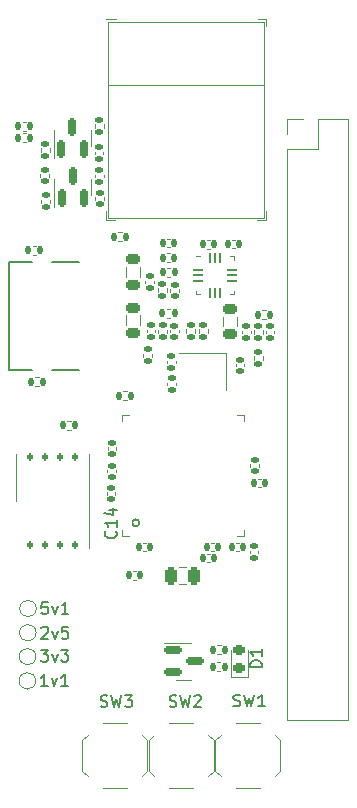
<source format=gto>
G04 #@! TF.GenerationSoftware,KiCad,Pcbnew,7.0.2-0*
G04 #@! TF.CreationDate,2024-01-07T23:29:45+01:00*
G04 #@! TF.ProjectId,network_player,6e657477-6f72-46b5-9f70-6c617965722e,rev?*
G04 #@! TF.SameCoordinates,Original*
G04 #@! TF.FileFunction,Legend,Top*
G04 #@! TF.FilePolarity,Positive*
%FSLAX46Y46*%
G04 Gerber Fmt 4.6, Leading zero omitted, Abs format (unit mm)*
G04 Created by KiCad (PCBNEW 7.0.2-0) date 2024-01-07 23:29:45*
%MOMM*%
%LPD*%
G01*
G04 APERTURE LIST*
G04 Aperture macros list*
%AMRoundRect*
0 Rectangle with rounded corners*
0 $1 Rounding radius*
0 $2 $3 $4 $5 $6 $7 $8 $9 X,Y pos of 4 corners*
0 Add a 4 corners polygon primitive as box body*
4,1,4,$2,$3,$4,$5,$6,$7,$8,$9,$2,$3,0*
0 Add four circle primitives for the rounded corners*
1,1,$1+$1,$2,$3*
1,1,$1+$1,$4,$5*
1,1,$1+$1,$6,$7*
1,1,$1+$1,$8,$9*
0 Add four rect primitives between the rounded corners*
20,1,$1+$1,$2,$3,$4,$5,0*
20,1,$1+$1,$4,$5,$6,$7,0*
20,1,$1+$1,$6,$7,$8,$9,0*
20,1,$1+$1,$8,$9,$2,$3,0*%
%AMFreePoly0*
4,1,14,0.289644,0.110355,0.410355,-0.010356,0.425000,-0.045711,0.425000,-0.075000,0.410355,-0.110355,0.375000,-0.125000,-0.375000,-0.125000,-0.410355,-0.110355,-0.425000,-0.075000,-0.425000,0.075000,-0.410355,0.110355,-0.375000,0.125000,0.254289,0.125000,0.289644,0.110355,0.289644,0.110355,$1*%
%AMFreePoly1*
4,1,14,0.410355,0.110355,0.425000,0.075000,0.425000,0.045711,0.410355,0.010356,0.289644,-0.110355,0.254289,-0.125000,-0.375000,-0.125000,-0.410355,-0.110355,-0.425000,-0.075000,-0.425000,0.075000,-0.410355,0.110355,-0.375000,0.125000,0.375000,0.125000,0.410355,0.110355,0.410355,0.110355,$1*%
%AMFreePoly2*
4,1,14,0.110355,0.410355,0.125000,0.375000,0.125000,-0.375000,0.110355,-0.410355,0.075000,-0.425000,-0.075000,-0.425000,-0.110355,-0.410355,-0.125000,-0.375000,-0.125000,0.254289,-0.110355,0.289644,0.010356,0.410355,0.045711,0.425000,0.075000,0.425000,0.110355,0.410355,0.110355,0.410355,$1*%
%AMFreePoly3*
4,1,14,-0.010356,0.410355,0.110355,0.289644,0.125000,0.254289,0.125000,-0.375000,0.110355,-0.410355,0.075000,-0.425000,-0.075000,-0.425000,-0.110355,-0.410355,-0.125000,-0.375000,-0.125000,0.375000,-0.110355,0.410355,-0.075000,0.425000,-0.045711,0.425000,-0.010356,0.410355,-0.010356,0.410355,$1*%
%AMFreePoly4*
4,1,14,0.410355,0.110355,0.425000,0.075000,0.425000,-0.075000,0.410355,-0.110355,0.375000,-0.125000,-0.254289,-0.125000,-0.289644,-0.110355,-0.410355,0.010356,-0.425000,0.045711,-0.425000,0.075000,-0.410355,0.110355,-0.375000,0.125000,0.375000,0.125000,0.410355,0.110355,0.410355,0.110355,$1*%
%AMFreePoly5*
4,1,14,0.410355,0.110355,0.425000,0.075000,0.425000,-0.075000,0.410355,-0.110355,0.375000,-0.125000,-0.375000,-0.125000,-0.410355,-0.110355,-0.425000,-0.075000,-0.425000,-0.045711,-0.410355,-0.010356,-0.289644,0.110355,-0.254289,0.125000,0.375000,0.125000,0.410355,0.110355,0.410355,0.110355,$1*%
%AMFreePoly6*
4,1,14,0.110355,0.410355,0.125000,0.375000,0.125000,-0.254289,0.110355,-0.289644,-0.010356,-0.410355,-0.045711,-0.425000,-0.075000,-0.425000,-0.110355,-0.410355,-0.125000,-0.375000,-0.125000,0.375000,-0.110355,0.410355,-0.075000,0.425000,0.075000,0.425000,0.110355,0.410355,0.110355,0.410355,$1*%
%AMFreePoly7*
4,1,14,0.110355,0.410355,0.125000,0.375000,0.125000,-0.375000,0.110355,-0.410355,0.075000,-0.425000,0.045711,-0.425000,0.010356,-0.410355,-0.110355,-0.289644,-0.125000,-0.254289,-0.125000,0.375000,-0.110355,0.410355,-0.075000,0.425000,0.075000,0.425000,0.110355,0.410355,0.110355,0.410355,$1*%
%AMFreePoly8*
4,1,6,0.725000,-0.725000,-0.725000,-0.725000,-0.725000,0.125000,-0.125000,0.725000,0.725000,0.725000,0.725000,-0.725000,0.725000,-0.725000,$1*%
G04 Aperture macros list end*
%ADD10C,0.150000*%
%ADD11C,0.120000*%
%ADD12C,2.700000*%
%ADD13RoundRect,0.135000X-0.185000X0.135000X-0.185000X-0.135000X0.185000X-0.135000X0.185000X0.135000X0*%
%ADD14RoundRect,0.140000X0.170000X-0.140000X0.170000X0.140000X-0.170000X0.140000X-0.170000X-0.140000X0*%
%ADD15RoundRect,0.135000X-0.135000X-0.185000X0.135000X-0.185000X0.135000X0.185000X-0.135000X0.185000X0*%
%ADD16RoundRect,0.140000X-0.140000X-0.170000X0.140000X-0.170000X0.140000X0.170000X-0.140000X0.170000X0*%
%ADD17RoundRect,0.150000X-0.587500X-0.150000X0.587500X-0.150000X0.587500X0.150000X-0.587500X0.150000X0*%
%ADD18C,1.000000*%
%ADD19RoundRect,0.140000X-0.170000X0.140000X-0.170000X-0.140000X0.170000X-0.140000X0.170000X0.140000X0*%
%ADD20RoundRect,0.150000X0.150000X-0.587500X0.150000X0.587500X-0.150000X0.587500X-0.150000X-0.587500X0*%
%ADD21RoundRect,0.140000X0.140000X0.170000X-0.140000X0.170000X-0.140000X-0.170000X0.140000X-0.170000X0*%
%ADD22RoundRect,0.250000X0.250000X0.475000X-0.250000X0.475000X-0.250000X-0.475000X0.250000X-0.475000X0*%
%ADD23RoundRect,0.135000X0.185000X-0.135000X0.185000X0.135000X-0.185000X0.135000X-0.185000X-0.135000X0*%
%ADD24RoundRect,0.125000X0.125000X-0.200000X0.125000X0.200000X-0.125000X0.200000X-0.125000X-0.200000X0*%
%ADD25R,4.300000X3.400000*%
%ADD26FreePoly0,0.000000*%
%ADD27RoundRect,0.062500X-0.362500X-0.062500X0.362500X-0.062500X0.362500X0.062500X-0.362500X0.062500X0*%
%ADD28FreePoly1,0.000000*%
%ADD29FreePoly2,0.000000*%
%ADD30RoundRect,0.062500X-0.062500X-0.362500X0.062500X-0.362500X0.062500X0.362500X-0.062500X0.362500X0*%
%ADD31FreePoly3,0.000000*%
%ADD32FreePoly4,0.000000*%
%ADD33FreePoly5,0.000000*%
%ADD34FreePoly6,0.000000*%
%ADD35FreePoly7,0.000000*%
%ADD36R,1.600000X1.600000*%
%ADD37RoundRect,0.218750X-0.381250X0.218750X-0.381250X-0.218750X0.381250X-0.218750X0.381250X0.218750X0*%
%ADD38R,1.400000X1.150000*%
%ADD39RoundRect,0.135000X0.135000X0.185000X-0.135000X0.185000X-0.135000X-0.185000X0.135000X-0.185000X0*%
%ADD40R,0.750000X1.000000*%
%ADD41O,0.200000X0.800000*%
%ADD42O,0.800000X0.200000*%
%ADD43R,6.840000X6.840000*%
%ADD44R,1.700000X1.700000*%
%ADD45O,1.700000X1.700000*%
%ADD46C,0.650000*%
%ADD47R,1.750000X0.300000*%
%ADD48O,2.100000X0.900000*%
%ADD49O,1.600000X1.000000*%
%ADD50RoundRect,0.218750X0.256250X-0.218750X0.256250X0.218750X-0.256250X0.218750X-0.256250X-0.218750X0*%
%ADD51R,0.800000X0.400000*%
%ADD52R,0.400000X0.800000*%
%ADD53FreePoly8,0.000000*%
%ADD54R,1.450000X1.450000*%
%ADD55R,0.700000X0.700000*%
G04 APERTURE END LIST*
D10*
X109128571Y-98937619D02*
X108557143Y-98937619D01*
X108842857Y-98937619D02*
X108842857Y-97937619D01*
X108842857Y-97937619D02*
X108747619Y-98080476D01*
X108747619Y-98080476D02*
X108652381Y-98175714D01*
X108652381Y-98175714D02*
X108557143Y-98223333D01*
X109461905Y-98270952D02*
X109700000Y-98937619D01*
X109700000Y-98937619D02*
X109938095Y-98270952D01*
X110842857Y-98937619D02*
X110271429Y-98937619D01*
X110557143Y-98937619D02*
X110557143Y-97937619D01*
X110557143Y-97937619D02*
X110461905Y-98080476D01*
X110461905Y-98080476D02*
X110366667Y-98175714D01*
X110366667Y-98175714D02*
X110271429Y-98223333D01*
X108607143Y-93997857D02*
X108654762Y-93950238D01*
X108654762Y-93950238D02*
X108750000Y-93902619D01*
X108750000Y-93902619D02*
X108988095Y-93902619D01*
X108988095Y-93902619D02*
X109083333Y-93950238D01*
X109083333Y-93950238D02*
X109130952Y-93997857D01*
X109130952Y-93997857D02*
X109178571Y-94093095D01*
X109178571Y-94093095D02*
X109178571Y-94188333D01*
X109178571Y-94188333D02*
X109130952Y-94331190D01*
X109130952Y-94331190D02*
X108559524Y-94902619D01*
X108559524Y-94902619D02*
X109178571Y-94902619D01*
X109511905Y-94235952D02*
X109750000Y-94902619D01*
X109750000Y-94902619D02*
X109988095Y-94235952D01*
X110845238Y-93902619D02*
X110369048Y-93902619D01*
X110369048Y-93902619D02*
X110321429Y-94378809D01*
X110321429Y-94378809D02*
X110369048Y-94331190D01*
X110369048Y-94331190D02*
X110464286Y-94283571D01*
X110464286Y-94283571D02*
X110702381Y-94283571D01*
X110702381Y-94283571D02*
X110797619Y-94331190D01*
X110797619Y-94331190D02*
X110845238Y-94378809D01*
X110845238Y-94378809D02*
X110892857Y-94474047D01*
X110892857Y-94474047D02*
X110892857Y-94712142D01*
X110892857Y-94712142D02*
X110845238Y-94807380D01*
X110845238Y-94807380D02*
X110797619Y-94855000D01*
X110797619Y-94855000D02*
X110702381Y-94902619D01*
X110702381Y-94902619D02*
X110464286Y-94902619D01*
X110464286Y-94902619D02*
X110369048Y-94855000D01*
X110369048Y-94855000D02*
X110321429Y-94807380D01*
X114877380Y-85802857D02*
X114925000Y-85850476D01*
X114925000Y-85850476D02*
X114972619Y-85993333D01*
X114972619Y-85993333D02*
X114972619Y-86088571D01*
X114972619Y-86088571D02*
X114925000Y-86231428D01*
X114925000Y-86231428D02*
X114829761Y-86326666D01*
X114829761Y-86326666D02*
X114734523Y-86374285D01*
X114734523Y-86374285D02*
X114544047Y-86421904D01*
X114544047Y-86421904D02*
X114401190Y-86421904D01*
X114401190Y-86421904D02*
X114210714Y-86374285D01*
X114210714Y-86374285D02*
X114115476Y-86326666D01*
X114115476Y-86326666D02*
X114020238Y-86231428D01*
X114020238Y-86231428D02*
X113972619Y-86088571D01*
X113972619Y-86088571D02*
X113972619Y-85993333D01*
X113972619Y-85993333D02*
X114020238Y-85850476D01*
X114020238Y-85850476D02*
X114067857Y-85802857D01*
X114972619Y-84850476D02*
X114972619Y-85421904D01*
X114972619Y-85136190D02*
X113972619Y-85136190D01*
X113972619Y-85136190D02*
X114115476Y-85231428D01*
X114115476Y-85231428D02*
X114210714Y-85326666D01*
X114210714Y-85326666D02*
X114258333Y-85421904D01*
X114305952Y-83993333D02*
X114972619Y-83993333D01*
X113925000Y-84231428D02*
X114639285Y-84469523D01*
X114639285Y-84469523D02*
X114639285Y-83850476D01*
X109130952Y-91802619D02*
X108654762Y-91802619D01*
X108654762Y-91802619D02*
X108607143Y-92278809D01*
X108607143Y-92278809D02*
X108654762Y-92231190D01*
X108654762Y-92231190D02*
X108750000Y-92183571D01*
X108750000Y-92183571D02*
X108988095Y-92183571D01*
X108988095Y-92183571D02*
X109083333Y-92231190D01*
X109083333Y-92231190D02*
X109130952Y-92278809D01*
X109130952Y-92278809D02*
X109178571Y-92374047D01*
X109178571Y-92374047D02*
X109178571Y-92612142D01*
X109178571Y-92612142D02*
X109130952Y-92707380D01*
X109130952Y-92707380D02*
X109083333Y-92755000D01*
X109083333Y-92755000D02*
X108988095Y-92802619D01*
X108988095Y-92802619D02*
X108750000Y-92802619D01*
X108750000Y-92802619D02*
X108654762Y-92755000D01*
X108654762Y-92755000D02*
X108607143Y-92707380D01*
X109511905Y-92135952D02*
X109750000Y-92802619D01*
X109750000Y-92802619D02*
X109988095Y-92135952D01*
X110892857Y-92802619D02*
X110321429Y-92802619D01*
X110607143Y-92802619D02*
X110607143Y-91802619D01*
X110607143Y-91802619D02*
X110511905Y-91945476D01*
X110511905Y-91945476D02*
X110416667Y-92040714D01*
X110416667Y-92040714D02*
X110321429Y-92088333D01*
X119446667Y-100645000D02*
X119589524Y-100692619D01*
X119589524Y-100692619D02*
X119827619Y-100692619D01*
X119827619Y-100692619D02*
X119922857Y-100645000D01*
X119922857Y-100645000D02*
X119970476Y-100597380D01*
X119970476Y-100597380D02*
X120018095Y-100502142D01*
X120018095Y-100502142D02*
X120018095Y-100406904D01*
X120018095Y-100406904D02*
X119970476Y-100311666D01*
X119970476Y-100311666D02*
X119922857Y-100264047D01*
X119922857Y-100264047D02*
X119827619Y-100216428D01*
X119827619Y-100216428D02*
X119637143Y-100168809D01*
X119637143Y-100168809D02*
X119541905Y-100121190D01*
X119541905Y-100121190D02*
X119494286Y-100073571D01*
X119494286Y-100073571D02*
X119446667Y-99978333D01*
X119446667Y-99978333D02*
X119446667Y-99883095D01*
X119446667Y-99883095D02*
X119494286Y-99787857D01*
X119494286Y-99787857D02*
X119541905Y-99740238D01*
X119541905Y-99740238D02*
X119637143Y-99692619D01*
X119637143Y-99692619D02*
X119875238Y-99692619D01*
X119875238Y-99692619D02*
X120018095Y-99740238D01*
X120351429Y-99692619D02*
X120589524Y-100692619D01*
X120589524Y-100692619D02*
X120780000Y-99978333D01*
X120780000Y-99978333D02*
X120970476Y-100692619D01*
X120970476Y-100692619D02*
X121208572Y-99692619D01*
X121541905Y-99787857D02*
X121589524Y-99740238D01*
X121589524Y-99740238D02*
X121684762Y-99692619D01*
X121684762Y-99692619D02*
X121922857Y-99692619D01*
X121922857Y-99692619D02*
X122018095Y-99740238D01*
X122018095Y-99740238D02*
X122065714Y-99787857D01*
X122065714Y-99787857D02*
X122113333Y-99883095D01*
X122113333Y-99883095D02*
X122113333Y-99978333D01*
X122113333Y-99978333D02*
X122065714Y-100121190D01*
X122065714Y-100121190D02*
X121494286Y-100692619D01*
X121494286Y-100692619D02*
X122113333Y-100692619D01*
X124856667Y-100585000D02*
X124999524Y-100632619D01*
X124999524Y-100632619D02*
X125237619Y-100632619D01*
X125237619Y-100632619D02*
X125332857Y-100585000D01*
X125332857Y-100585000D02*
X125380476Y-100537380D01*
X125380476Y-100537380D02*
X125428095Y-100442142D01*
X125428095Y-100442142D02*
X125428095Y-100346904D01*
X125428095Y-100346904D02*
X125380476Y-100251666D01*
X125380476Y-100251666D02*
X125332857Y-100204047D01*
X125332857Y-100204047D02*
X125237619Y-100156428D01*
X125237619Y-100156428D02*
X125047143Y-100108809D01*
X125047143Y-100108809D02*
X124951905Y-100061190D01*
X124951905Y-100061190D02*
X124904286Y-100013571D01*
X124904286Y-100013571D02*
X124856667Y-99918333D01*
X124856667Y-99918333D02*
X124856667Y-99823095D01*
X124856667Y-99823095D02*
X124904286Y-99727857D01*
X124904286Y-99727857D02*
X124951905Y-99680238D01*
X124951905Y-99680238D02*
X125047143Y-99632619D01*
X125047143Y-99632619D02*
X125285238Y-99632619D01*
X125285238Y-99632619D02*
X125428095Y-99680238D01*
X125761429Y-99632619D02*
X125999524Y-100632619D01*
X125999524Y-100632619D02*
X126190000Y-99918333D01*
X126190000Y-99918333D02*
X126380476Y-100632619D01*
X126380476Y-100632619D02*
X126618572Y-99632619D01*
X127523333Y-100632619D02*
X126951905Y-100632619D01*
X127237619Y-100632619D02*
X127237619Y-99632619D01*
X127237619Y-99632619D02*
X127142381Y-99775476D01*
X127142381Y-99775476D02*
X127047143Y-99870714D01*
X127047143Y-99870714D02*
X126951905Y-99918333D01*
X113616667Y-100645000D02*
X113759524Y-100692619D01*
X113759524Y-100692619D02*
X113997619Y-100692619D01*
X113997619Y-100692619D02*
X114092857Y-100645000D01*
X114092857Y-100645000D02*
X114140476Y-100597380D01*
X114140476Y-100597380D02*
X114188095Y-100502142D01*
X114188095Y-100502142D02*
X114188095Y-100406904D01*
X114188095Y-100406904D02*
X114140476Y-100311666D01*
X114140476Y-100311666D02*
X114092857Y-100264047D01*
X114092857Y-100264047D02*
X113997619Y-100216428D01*
X113997619Y-100216428D02*
X113807143Y-100168809D01*
X113807143Y-100168809D02*
X113711905Y-100121190D01*
X113711905Y-100121190D02*
X113664286Y-100073571D01*
X113664286Y-100073571D02*
X113616667Y-99978333D01*
X113616667Y-99978333D02*
X113616667Y-99883095D01*
X113616667Y-99883095D02*
X113664286Y-99787857D01*
X113664286Y-99787857D02*
X113711905Y-99740238D01*
X113711905Y-99740238D02*
X113807143Y-99692619D01*
X113807143Y-99692619D02*
X114045238Y-99692619D01*
X114045238Y-99692619D02*
X114188095Y-99740238D01*
X114521429Y-99692619D02*
X114759524Y-100692619D01*
X114759524Y-100692619D02*
X114950000Y-99978333D01*
X114950000Y-99978333D02*
X115140476Y-100692619D01*
X115140476Y-100692619D02*
X115378572Y-99692619D01*
X115664286Y-99692619D02*
X116283333Y-99692619D01*
X116283333Y-99692619D02*
X115950000Y-100073571D01*
X115950000Y-100073571D02*
X116092857Y-100073571D01*
X116092857Y-100073571D02*
X116188095Y-100121190D01*
X116188095Y-100121190D02*
X116235714Y-100168809D01*
X116235714Y-100168809D02*
X116283333Y-100264047D01*
X116283333Y-100264047D02*
X116283333Y-100502142D01*
X116283333Y-100502142D02*
X116235714Y-100597380D01*
X116235714Y-100597380D02*
X116188095Y-100645000D01*
X116188095Y-100645000D02*
X116092857Y-100692619D01*
X116092857Y-100692619D02*
X115807143Y-100692619D01*
X115807143Y-100692619D02*
X115711905Y-100645000D01*
X115711905Y-100645000D02*
X115664286Y-100597380D01*
X127262619Y-97313094D02*
X126262619Y-97313094D01*
X126262619Y-97313094D02*
X126262619Y-97074999D01*
X126262619Y-97074999D02*
X126310238Y-96932142D01*
X126310238Y-96932142D02*
X126405476Y-96836904D01*
X126405476Y-96836904D02*
X126500714Y-96789285D01*
X126500714Y-96789285D02*
X126691190Y-96741666D01*
X126691190Y-96741666D02*
X126834047Y-96741666D01*
X126834047Y-96741666D02*
X127024523Y-96789285D01*
X127024523Y-96789285D02*
X127119761Y-96836904D01*
X127119761Y-96836904D02*
X127215000Y-96932142D01*
X127215000Y-96932142D02*
X127262619Y-97074999D01*
X127262619Y-97074999D02*
X127262619Y-97313094D01*
X127262619Y-95789285D02*
X127262619Y-96360713D01*
X127262619Y-96074999D02*
X126262619Y-96074999D01*
X126262619Y-96074999D02*
X126405476Y-96170237D01*
X126405476Y-96170237D02*
X126500714Y-96265475D01*
X126500714Y-96265475D02*
X126548333Y-96360713D01*
X108559524Y-95841019D02*
X109178571Y-95841019D01*
X109178571Y-95841019D02*
X108845238Y-96221971D01*
X108845238Y-96221971D02*
X108988095Y-96221971D01*
X108988095Y-96221971D02*
X109083333Y-96269590D01*
X109083333Y-96269590D02*
X109130952Y-96317209D01*
X109130952Y-96317209D02*
X109178571Y-96412447D01*
X109178571Y-96412447D02*
X109178571Y-96650542D01*
X109178571Y-96650542D02*
X109130952Y-96745780D01*
X109130952Y-96745780D02*
X109083333Y-96793400D01*
X109083333Y-96793400D02*
X108988095Y-96841019D01*
X108988095Y-96841019D02*
X108702381Y-96841019D01*
X108702381Y-96841019D02*
X108607143Y-96793400D01*
X108607143Y-96793400D02*
X108559524Y-96745780D01*
X109511905Y-96174352D02*
X109750000Y-96841019D01*
X109750000Y-96841019D02*
X109988095Y-96174352D01*
X110273810Y-95841019D02*
X110892857Y-95841019D01*
X110892857Y-95841019D02*
X110559524Y-96221971D01*
X110559524Y-96221971D02*
X110702381Y-96221971D01*
X110702381Y-96221971D02*
X110797619Y-96269590D01*
X110797619Y-96269590D02*
X110845238Y-96317209D01*
X110845238Y-96317209D02*
X110892857Y-96412447D01*
X110892857Y-96412447D02*
X110892857Y-96650542D01*
X110892857Y-96650542D02*
X110845238Y-96745780D01*
X110845238Y-96745780D02*
X110797619Y-96793400D01*
X110797619Y-96793400D02*
X110702381Y-96841019D01*
X110702381Y-96841019D02*
X110416667Y-96841019D01*
X110416667Y-96841019D02*
X110321429Y-96793400D01*
X110321429Y-96793400D02*
X110273810Y-96745780D01*
D11*
X127330000Y-71006359D02*
X127330000Y-71313641D01*
X126570000Y-71006359D02*
X126570000Y-71313641D01*
X114194000Y-80831636D02*
X114194000Y-80615964D01*
X114914000Y-80831636D02*
X114914000Y-80615964D01*
X115121359Y-60495000D02*
X115428641Y-60495000D01*
X115121359Y-61255000D02*
X115428641Y-61255000D01*
X125087164Y-86765000D02*
X125302836Y-86765000D01*
X125087164Y-87485000D02*
X125302836Y-87485000D01*
X120640000Y-95255000D02*
X118965000Y-95255000D01*
X120640000Y-95255000D02*
X121290000Y-95255000D01*
X120640000Y-98375000D02*
X119990000Y-98375000D01*
X120640000Y-98375000D02*
X121290000Y-98375000D01*
X108110000Y-98475800D02*
G75*
G03*
X108110000Y-98475800I-700000J0D01*
G01*
X110768159Y-76455000D02*
X111075441Y-76455000D01*
X110768159Y-77215000D02*
X111075441Y-77215000D01*
X113847200Y-53689964D02*
X113847200Y-53905636D01*
X113127200Y-53689964D02*
X113127200Y-53905636D01*
X116373964Y-89175000D02*
X116589636Y-89175000D01*
X116373964Y-89895000D02*
X116589636Y-89895000D01*
X127600000Y-69057836D02*
X127600000Y-68842164D01*
X128320000Y-69057836D02*
X128320000Y-68842164D01*
X109700000Y-56672500D02*
X109700000Y-58347500D01*
X109700000Y-56672500D02*
X109700000Y-56022500D01*
X112820000Y-56672500D02*
X112820000Y-57322500D01*
X112820000Y-56672500D02*
X112820000Y-56022500D01*
X117980000Y-70761359D02*
X117980000Y-71068641D01*
X117220000Y-70761359D02*
X117220000Y-71068641D01*
X119447836Y-61777500D02*
X119232164Y-61777500D01*
X119447836Y-61057500D02*
X119232164Y-61057500D01*
X120811252Y-90305000D02*
X120288748Y-90305000D01*
X120811252Y-88835000D02*
X120288748Y-88835000D01*
X123446359Y-96895000D02*
X123753641Y-96895000D01*
X123446359Y-97655000D02*
X123753641Y-97655000D01*
X114935000Y-78712164D02*
X114935000Y-78927836D01*
X114215000Y-78712164D02*
X114215000Y-78927836D01*
X108150000Y-94400000D02*
G75*
G03*
X108150000Y-94400000I-700000J0D01*
G01*
X113107200Y-51641441D02*
X113107200Y-51334159D01*
X113867200Y-51641441D02*
X113867200Y-51334159D01*
X112660000Y-87250000D02*
X112660000Y-79250000D01*
X106440000Y-83250000D02*
X106440000Y-79250000D01*
X121680000Y-65757500D02*
X121680000Y-65432500D01*
X122005000Y-62537500D02*
X121680000Y-62537500D01*
X122005000Y-65757500D02*
X121680000Y-65757500D01*
X124575000Y-62537500D02*
X124900000Y-62537500D01*
X124575000Y-65757500D02*
X124900000Y-65757500D01*
X124900000Y-62537500D02*
X124900000Y-62862500D01*
X124900000Y-65757500D02*
X124900000Y-65432500D01*
X126290000Y-80327836D02*
X126290000Y-80112164D01*
X127010000Y-80327836D02*
X127010000Y-80112164D01*
X125120000Y-67660378D02*
X125120000Y-68459622D01*
X124000000Y-67660378D02*
X124000000Y-68459622D01*
X117500000Y-68960336D02*
X117500000Y-68744664D01*
X118220000Y-68960336D02*
X118220000Y-68744664D01*
X120880000Y-69016141D02*
X120880000Y-68708859D01*
X121640000Y-69016141D02*
X121640000Y-68708859D01*
X119206359Y-66992500D02*
X119513641Y-66992500D01*
X119206359Y-67752500D02*
X119513641Y-67752500D01*
X117400000Y-64825336D02*
X117400000Y-64609664D01*
X118120000Y-64825336D02*
X118120000Y-64609664D01*
X118480000Y-69036141D02*
X118480000Y-68728859D01*
X119240000Y-69036141D02*
X119240000Y-68728859D01*
X127296359Y-67080000D02*
X127603641Y-67080000D01*
X127296359Y-67840000D02*
X127603641Y-67840000D01*
X125600000Y-69047836D02*
X125600000Y-68832164D01*
X126320000Y-69047836D02*
X126320000Y-68832164D01*
X109670000Y-52520000D02*
X109670000Y-54195000D01*
X109670000Y-52520000D02*
X109670000Y-51870000D01*
X112790000Y-52520000D02*
X112790000Y-53170000D01*
X112790000Y-52520000D02*
X112790000Y-51870000D01*
X124750764Y-61132100D02*
X124966436Y-61132100D01*
X124750764Y-61852100D02*
X124966436Y-61852100D01*
X116920000Y-67535378D02*
X116920000Y-68334622D01*
X115800000Y-67535378D02*
X115800000Y-68334622D01*
X114860000Y-82492164D02*
X114860000Y-82707836D01*
X114140000Y-82492164D02*
X114140000Y-82707836D01*
X124242400Y-73850600D02*
X124242400Y-70700600D01*
X124242400Y-70700600D02*
X120242400Y-70700600D01*
X119457836Y-63007500D02*
X119242164Y-63007500D01*
X119457836Y-62287500D02*
X119242164Y-62287500D01*
X117432836Y-87485000D02*
X117217164Y-87485000D01*
X117432836Y-86765000D02*
X117217164Y-86765000D01*
X115843641Y-74710000D02*
X115536359Y-74710000D01*
X115843641Y-73950000D02*
X115536359Y-73950000D01*
X108160000Y-92350000D02*
G75*
G03*
X108160000Y-92350000I-700000J0D01*
G01*
X122847836Y-88450000D02*
X122632164Y-88450000D01*
X122847836Y-87730000D02*
X122632164Y-87730000D01*
X113867200Y-55609964D02*
X113867200Y-55825636D01*
X113147200Y-55609964D02*
X113147200Y-55825636D01*
X107313641Y-51890000D02*
X107006359Y-51890000D01*
X107313641Y-51130000D02*
X107006359Y-51130000D01*
X119425000Y-107550000D02*
X121425000Y-107550000D01*
X118125000Y-106550000D02*
X117675000Y-106100000D01*
X122725000Y-106550000D02*
X123175000Y-106100000D01*
X117675000Y-106100000D02*
X117675000Y-103500000D01*
X123175000Y-106100000D02*
X123175000Y-103500000D01*
X118125000Y-103050000D02*
X117675000Y-103500000D01*
X122725000Y-103050000D02*
X123175000Y-103500000D01*
X119425000Y-102050000D02*
X121425000Y-102050000D01*
X116920000Y-63460378D02*
X116920000Y-64259622D01*
X115800000Y-63460378D02*
X115800000Y-64259622D01*
X116000000Y-86250000D02*
X115450000Y-86250000D01*
X125750000Y-86250000D02*
X125200000Y-86250000D01*
X115450000Y-85700000D02*
X115450000Y-86250000D01*
X125750000Y-85700000D02*
X125750000Y-86250000D01*
X115450000Y-76500000D02*
X115450000Y-75950000D01*
X125750000Y-76500000D02*
X125750000Y-75950000D01*
X115450000Y-75950000D02*
X116000000Y-75950000D01*
X125750000Y-75950000D02*
X125200000Y-75950000D01*
D10*
X116900000Y-85100000D02*
G75*
G03*
X116900000Y-85100000I-300000J0D01*
G01*
D11*
X125075000Y-107550000D02*
X127075000Y-107550000D01*
X123775000Y-106550000D02*
X123325000Y-106100000D01*
X128375000Y-106550000D02*
X128825000Y-106100000D01*
X123325000Y-106100000D02*
X123325000Y-103500000D01*
X128825000Y-106100000D02*
X128825000Y-103500000D01*
X123775000Y-103050000D02*
X123325000Y-103500000D01*
X128375000Y-103050000D02*
X128825000Y-103500000D01*
X125075000Y-102050000D02*
X127075000Y-102050000D01*
X119500000Y-68980336D02*
X119500000Y-68764664D01*
X120220000Y-68980336D02*
X120220000Y-68764664D01*
X129390000Y-50880000D02*
X130720000Y-50880000D01*
X129390000Y-52210000D02*
X129390000Y-50880000D01*
X129390000Y-53480000D02*
X129390000Y-101800000D01*
X129390000Y-53480000D02*
X131990000Y-53480000D01*
X129390000Y-101800000D02*
X134590000Y-101800000D01*
X131990000Y-50880000D02*
X134590000Y-50880000D01*
X131990000Y-53480000D02*
X131990000Y-50880000D01*
X134590000Y-50880000D02*
X134590000Y-101800000D01*
X125785000Y-71642164D02*
X125785000Y-71857836D01*
X125065000Y-71642164D02*
X125065000Y-71857836D01*
X121930000Y-69001141D02*
X121930000Y-68693859D01*
X122690000Y-69001141D02*
X122690000Y-68693859D01*
X108163641Y-62400000D02*
X107856359Y-62400000D01*
X108163641Y-61640000D02*
X107856359Y-61640000D01*
X113805000Y-107550000D02*
X115805000Y-107550000D01*
X112505000Y-106550000D02*
X112055000Y-106100000D01*
X117105000Y-106550000D02*
X117555000Y-106100000D01*
X112055000Y-106100000D02*
X112055000Y-103500000D01*
X117555000Y-106100000D02*
X117555000Y-103500000D01*
X112505000Y-103050000D02*
X112055000Y-103500000D01*
X117105000Y-103050000D02*
X117555000Y-103500000D01*
X113805000Y-102050000D02*
X115805000Y-102050000D01*
X108373641Y-73530000D02*
X108066359Y-73530000D01*
X108373641Y-72770000D02*
X108066359Y-72770000D01*
X109350000Y-57726359D02*
X109350000Y-58033641D01*
X108590000Y-57726359D02*
X108590000Y-58033641D01*
X119216359Y-63497500D02*
X119523641Y-63497500D01*
X119216359Y-64257500D02*
X119523641Y-64257500D01*
X109240000Y-55602164D02*
X109240000Y-55817836D01*
X108520000Y-55602164D02*
X108520000Y-55817836D01*
X107006359Y-52120000D02*
X107313641Y-52120000D01*
X107006359Y-52880000D02*
X107313641Y-52880000D01*
X119520000Y-65555336D02*
X119520000Y-65339664D01*
X120240000Y-65555336D02*
X120240000Y-65339664D01*
X126580000Y-69103641D02*
X126580000Y-68796359D01*
X127340000Y-69103641D02*
X127340000Y-68796359D01*
D10*
X109490000Y-62980000D02*
X111790000Y-62980000D01*
X105890000Y-62980000D02*
X107840000Y-62980000D01*
X109490000Y-72180000D02*
X111790000Y-72180000D01*
X105890000Y-72180000D02*
X105890000Y-62980000D01*
X105890000Y-72180000D02*
X107840000Y-72180000D01*
D11*
X119968600Y-71365164D02*
X119968600Y-71580836D01*
X119248600Y-71365164D02*
X119248600Y-71580836D01*
X113167200Y-57725636D02*
X113167200Y-57509964D01*
X113887200Y-57725636D02*
X113887200Y-57509964D01*
X118470000Y-65521141D02*
X118470000Y-65213859D01*
X119230000Y-65521141D02*
X119230000Y-65213859D01*
X122617164Y-61165000D02*
X122832836Y-61165000D01*
X122617164Y-61885000D02*
X122832836Y-61885000D01*
X123481359Y-95470000D02*
X123788641Y-95470000D01*
X123481359Y-96230000D02*
X123788641Y-96230000D01*
X124615000Y-98120000D02*
X126085000Y-98120000D01*
X126085000Y-98120000D02*
X126085000Y-95835000D01*
X124615000Y-95835000D02*
X124615000Y-98120000D01*
X108530000Y-53683641D02*
X108530000Y-53376359D01*
X109290000Y-53683641D02*
X109290000Y-53376359D01*
X114053800Y-58668000D02*
X114053800Y-59468000D01*
X114053800Y-59468000D02*
X114853800Y-59468000D01*
X114253800Y-42668000D02*
X127453800Y-42668000D01*
X114253800Y-48068000D02*
X127453800Y-48068000D01*
X114253800Y-59268000D02*
X114253800Y-42668000D01*
X114928800Y-42468000D02*
X114078800Y-42468000D01*
X126903800Y-42468000D02*
X127653800Y-42468000D01*
X127453800Y-42668000D02*
X127453800Y-59268000D01*
X127453800Y-59268000D02*
X114253800Y-59268000D01*
X127653800Y-42468000D02*
X127653800Y-43068000D01*
X127653800Y-58668000D02*
X127653800Y-59468000D01*
X127653800Y-59468000D02*
X126853800Y-59468000D01*
X119274000Y-73463036D02*
X119274000Y-73247364D01*
X119994000Y-73463036D02*
X119994000Y-73247364D01*
X123202836Y-87485000D02*
X122987164Y-87485000D01*
X123202836Y-86765000D02*
X122987164Y-86765000D01*
X108125000Y-96418400D02*
G75*
G03*
X108125000Y-96418400I-700000J0D01*
G01*
X126970964Y-81351800D02*
X127186636Y-81351800D01*
X126970964Y-82071800D02*
X127186636Y-82071800D01*
X126250000Y-87677836D02*
X126250000Y-87462164D01*
X126970000Y-87677836D02*
X126970000Y-87462164D01*
%LPC*%
D12*
X132003800Y-105333800D03*
D13*
X126950000Y-70650000D03*
X126950000Y-71670000D03*
D14*
X114554000Y-81203800D03*
X114554000Y-80243800D03*
D15*
X114765000Y-60875000D03*
X115785000Y-60875000D03*
D16*
X124715000Y-87125000D03*
X125675000Y-87125000D03*
D17*
X119702500Y-95865000D03*
X119702500Y-97765000D03*
X121577500Y-96815000D03*
D18*
X107410000Y-98475800D03*
D15*
X110411800Y-76835000D03*
X111431800Y-76835000D03*
D19*
X113487200Y-53317800D03*
X113487200Y-54277800D03*
D16*
X116001800Y-89535000D03*
X116961800Y-89535000D03*
D14*
X127960000Y-69430000D03*
X127960000Y-68470000D03*
D20*
X110310000Y-57610000D03*
X112210000Y-57610000D03*
X111260000Y-55735000D03*
D13*
X117600000Y-70405000D03*
X117600000Y-71425000D03*
D21*
X119820000Y-61417500D03*
X118860000Y-61417500D03*
D22*
X121500000Y-89570000D03*
X119600000Y-89570000D03*
D15*
X123090000Y-97275000D03*
X124110000Y-97275000D03*
D19*
X114575000Y-78340000D03*
X114575000Y-79300000D03*
D18*
X107450000Y-94400000D03*
D23*
X113487200Y-51997800D03*
X113487200Y-50977800D03*
D24*
X107645000Y-87000000D03*
X108915000Y-87000000D03*
X110185000Y-87000000D03*
X111455000Y-87000000D03*
X111455000Y-79500000D03*
X110185000Y-79500000D03*
X108915000Y-79500000D03*
X107645000Y-79500000D03*
D25*
X109550000Y-83250000D03*
D26*
X121840000Y-63247500D03*
D27*
X121840000Y-63697500D03*
X121840000Y-64147500D03*
X121840000Y-64597500D03*
D28*
X121840000Y-65047500D03*
D29*
X122390000Y-65597500D03*
D30*
X122840000Y-65597500D03*
X123290000Y-65597500D03*
X123740000Y-65597500D03*
D31*
X124190000Y-65597500D03*
D32*
X124740000Y-65047500D03*
D27*
X124740000Y-64597500D03*
X124740000Y-64147500D03*
X124740000Y-63697500D03*
D33*
X124740000Y-63247500D03*
D34*
X124190000Y-62697500D03*
D30*
X123740000Y-62697500D03*
X123290000Y-62697500D03*
X122840000Y-62697500D03*
D35*
X122390000Y-62697500D03*
D36*
X123290000Y-64147500D03*
D14*
X126650000Y-80700000D03*
X126650000Y-79740000D03*
D37*
X124560000Y-66997500D03*
X124560000Y-69122500D03*
D14*
X117860000Y-69332500D03*
X117860000Y-68372500D03*
D23*
X121260000Y-69372500D03*
X121260000Y-68352500D03*
D15*
X118850000Y-67372500D03*
X119870000Y-67372500D03*
D14*
X117760000Y-65197500D03*
X117760000Y-64237500D03*
D23*
X118860000Y-69392500D03*
X118860000Y-68372500D03*
D15*
X126940000Y-67460000D03*
X127960000Y-67460000D03*
D14*
X125960000Y-69420000D03*
X125960000Y-68460000D03*
D20*
X110280000Y-53457500D03*
X112180000Y-53457500D03*
X111230000Y-51582500D03*
D16*
X124378600Y-61492100D03*
X125338600Y-61492100D03*
D37*
X116360000Y-66872500D03*
X116360000Y-68997500D03*
D19*
X114500000Y-82120000D03*
X114500000Y-83080000D03*
D38*
X123342400Y-71475600D03*
X121142400Y-71475600D03*
X121142400Y-73075600D03*
X123342400Y-73075600D03*
D21*
X119830000Y-62647500D03*
X118870000Y-62647500D03*
X117805000Y-87125000D03*
X116845000Y-87125000D03*
D39*
X116200000Y-74330000D03*
X115180000Y-74330000D03*
D12*
X108991400Y-105333800D03*
D18*
X107460000Y-92350000D03*
D21*
X123220000Y-88090000D03*
X122260000Y-88090000D03*
D19*
X113507200Y-55237800D03*
X113507200Y-56197800D03*
D39*
X107670000Y-51510000D03*
X106650000Y-51510000D03*
D40*
X118550000Y-107800000D03*
X118550000Y-101800000D03*
X122300000Y-107800000D03*
X122300000Y-101800000D03*
D12*
X131978400Y-47320200D03*
D37*
X116360000Y-62797500D03*
X116360000Y-64922500D03*
D41*
X116400000Y-86000000D03*
X116800000Y-86000000D03*
X117200000Y-86000000D03*
X117600000Y-86000000D03*
X118000000Y-86000000D03*
X118400000Y-86000000D03*
X118800000Y-86000000D03*
X119200000Y-86000000D03*
X119600000Y-86000000D03*
X120000000Y-86000000D03*
X120400000Y-86000000D03*
X120800000Y-86000000D03*
X121200000Y-86000000D03*
X121600000Y-86000000D03*
X122000000Y-86000000D03*
X122400000Y-86000000D03*
X122800000Y-86000000D03*
X123200000Y-86000000D03*
X123600000Y-86000000D03*
X124000000Y-86000000D03*
X124400000Y-86000000D03*
X124800000Y-86000000D03*
D42*
X125500000Y-85300000D03*
X125500000Y-84900000D03*
X125500000Y-84500000D03*
X125500000Y-84100000D03*
X125500000Y-83700000D03*
X125500000Y-83300000D03*
X125500000Y-82900000D03*
X125500000Y-82500000D03*
X125500000Y-82100000D03*
X125500000Y-81700000D03*
X125500000Y-81300000D03*
X125500000Y-80900000D03*
X125500000Y-80500000D03*
X125500000Y-80100000D03*
X125500000Y-79700000D03*
X125500000Y-79300000D03*
X125500000Y-78900000D03*
X125500000Y-78500000D03*
X125500000Y-78100000D03*
X125500000Y-77700000D03*
X125500000Y-77300000D03*
X125500000Y-76900000D03*
D41*
X124800000Y-76200000D03*
X124400000Y-76200000D03*
X124000000Y-76200000D03*
X123600000Y-76200000D03*
X123200000Y-76200000D03*
X122800000Y-76200000D03*
X122400000Y-76200000D03*
X122000000Y-76200000D03*
X121600000Y-76200000D03*
X121200000Y-76200000D03*
X120800000Y-76200000D03*
X120400000Y-76200000D03*
X120000000Y-76200000D03*
X119600000Y-76200000D03*
X119200000Y-76200000D03*
X118800000Y-76200000D03*
X118400000Y-76200000D03*
X118000000Y-76200000D03*
X117600000Y-76200000D03*
X117200000Y-76200000D03*
X116800000Y-76200000D03*
X116400000Y-76200000D03*
D42*
X115700000Y-76900000D03*
X115700000Y-77300000D03*
X115700000Y-77700000D03*
X115700000Y-78100000D03*
X115700000Y-78500000D03*
X115700000Y-78900000D03*
X115700000Y-79300000D03*
X115700000Y-79700000D03*
X115700000Y-80100000D03*
X115700000Y-80500000D03*
X115700000Y-80900000D03*
X115700000Y-81300000D03*
X115700000Y-81700000D03*
X115700000Y-82100000D03*
X115700000Y-82500000D03*
X115700000Y-82900000D03*
X115700000Y-83300000D03*
X115700000Y-83700000D03*
X115700000Y-84100000D03*
X115700000Y-84500000D03*
X115700000Y-84900000D03*
X115700000Y-85300000D03*
D43*
X120600000Y-81100000D03*
D40*
X124200000Y-107800000D03*
X124200000Y-101800000D03*
X127950000Y-107800000D03*
X127950000Y-101800000D03*
D14*
X119860000Y-69352500D03*
X119860000Y-68392500D03*
D44*
X130720000Y-52210000D03*
D45*
X133260000Y-52210000D03*
X130720000Y-54750000D03*
X133260000Y-54750000D03*
X130720000Y-57290000D03*
X133260000Y-57290000D03*
X130720000Y-59830000D03*
X133260000Y-59830000D03*
X130720000Y-62370000D03*
X133260000Y-62370000D03*
X130720000Y-64910000D03*
X133260000Y-64910000D03*
X130720000Y-67450000D03*
X133260000Y-67450000D03*
X130720000Y-69990000D03*
X133260000Y-69990000D03*
X130720000Y-72530000D03*
X133260000Y-72530000D03*
X130720000Y-75070000D03*
X133260000Y-75070000D03*
X130720000Y-77610000D03*
X133260000Y-77610000D03*
X130720000Y-80150000D03*
X133260000Y-80150000D03*
X130720000Y-82690000D03*
X133260000Y-82690000D03*
X130720000Y-85230000D03*
X133260000Y-85230000D03*
X130720000Y-87770000D03*
X133260000Y-87770000D03*
X130720000Y-90310000D03*
X133260000Y-90310000D03*
X130720000Y-92850000D03*
X133260000Y-92850000D03*
X130720000Y-95390000D03*
X133260000Y-95390000D03*
X130720000Y-97930000D03*
X133260000Y-97930000D03*
X130720000Y-100470000D03*
X133260000Y-100470000D03*
D19*
X125425000Y-71270000D03*
X125425000Y-72230000D03*
D23*
X122310000Y-69357500D03*
X122310000Y-68337500D03*
D12*
X108991400Y-47345600D03*
D39*
X108520000Y-62020000D03*
X107500000Y-62020000D03*
D40*
X112930000Y-107800000D03*
X112930000Y-101800000D03*
X116680000Y-107800000D03*
X116680000Y-101800000D03*
D39*
X108730000Y-73150000D03*
X107710000Y-73150000D03*
D13*
X108970000Y-57370000D03*
X108970000Y-58390000D03*
D15*
X118860000Y-63877500D03*
X119880000Y-63877500D03*
D19*
X108880000Y-55230000D03*
X108880000Y-56190000D03*
D15*
X106650000Y-52500000D03*
X107670000Y-52500000D03*
D14*
X119880000Y-65927500D03*
X119880000Y-64967500D03*
D23*
X126960000Y-69460000D03*
X126960000Y-68440000D03*
D46*
X112350000Y-64690000D03*
X112350000Y-70470000D03*
D47*
X113690000Y-64230000D03*
X113690000Y-65030000D03*
X113690000Y-66330000D03*
X113690000Y-67330000D03*
X113690000Y-67830000D03*
X113690000Y-68830000D03*
X113690000Y-70130000D03*
X113690000Y-70930000D03*
X113690000Y-70630000D03*
X113690000Y-69830000D03*
X113690000Y-69330000D03*
X113690000Y-68330000D03*
X113690000Y-66830000D03*
X113690000Y-65830000D03*
X113690000Y-65330000D03*
X113690000Y-64530000D03*
D48*
X112850000Y-63260000D03*
D49*
X108670000Y-63260000D03*
D48*
X112850000Y-71900000D03*
D49*
X108670000Y-71900000D03*
D19*
X119608600Y-70993000D03*
X119608600Y-71953000D03*
D14*
X113527200Y-58097800D03*
X113527200Y-57137800D03*
D23*
X118850000Y-65877500D03*
X118850000Y-64857500D03*
D16*
X122245000Y-61525000D03*
X123205000Y-61525000D03*
D15*
X123125000Y-95850000D03*
X124145000Y-95850000D03*
D50*
X125350000Y-97422500D03*
X125350000Y-95847500D03*
D23*
X108910000Y-54040000D03*
X108910000Y-53020000D03*
D51*
X114953800Y-49668000D03*
X114953800Y-50468000D03*
X114953800Y-51268000D03*
X114953800Y-52068000D03*
X114953800Y-52868000D03*
X114953800Y-53668000D03*
X114953800Y-54468000D03*
X114953800Y-55268000D03*
X114953800Y-56068000D03*
X114953800Y-56868000D03*
X114953800Y-57668000D03*
D52*
X116053800Y-58568000D03*
X116853800Y-58568000D03*
X117653800Y-58568000D03*
X118453800Y-58568000D03*
X119253800Y-58568000D03*
X120053800Y-58568000D03*
X120853800Y-58568000D03*
X121653800Y-58568000D03*
X122453800Y-58568000D03*
X123253800Y-58568000D03*
X124053800Y-58568000D03*
X124853800Y-58568000D03*
X125653800Y-58568000D03*
D51*
X126753800Y-57668000D03*
X126753800Y-56868000D03*
X126753800Y-56068000D03*
X126753800Y-55268000D03*
X126753800Y-54468000D03*
X126753800Y-53668000D03*
X126753800Y-52868000D03*
X126753800Y-52068000D03*
X126753800Y-51268000D03*
X126753800Y-50468000D03*
X126753800Y-49668000D03*
D52*
X125653800Y-48768000D03*
X124853800Y-48768000D03*
X124053800Y-48768000D03*
X123253800Y-48768000D03*
X122453800Y-48768000D03*
X121653800Y-48768000D03*
X120853800Y-48768000D03*
X120053800Y-48768000D03*
X119253800Y-48768000D03*
X118453800Y-48768000D03*
X117653800Y-48768000D03*
X116853800Y-48768000D03*
X116053800Y-48768000D03*
D53*
X118878800Y-51693000D03*
D54*
X118878800Y-53668000D03*
X118878800Y-55643000D03*
X120853800Y-51693000D03*
X120853800Y-53668000D03*
X120853800Y-55643000D03*
X122828800Y-51693000D03*
X122828800Y-53668000D03*
X122828800Y-55643000D03*
D55*
X126803800Y-48718000D03*
X126803800Y-58618000D03*
X114903800Y-58618000D03*
X114903800Y-48718000D03*
D14*
X119634000Y-73835200D03*
X119634000Y-72875200D03*
D21*
X123575000Y-87125000D03*
X122615000Y-87125000D03*
D18*
X107425000Y-96418400D03*
D16*
X126598800Y-81711800D03*
X127558800Y-81711800D03*
D14*
X126610000Y-88050000D03*
X126610000Y-87090000D03*
%LPD*%
M02*

</source>
